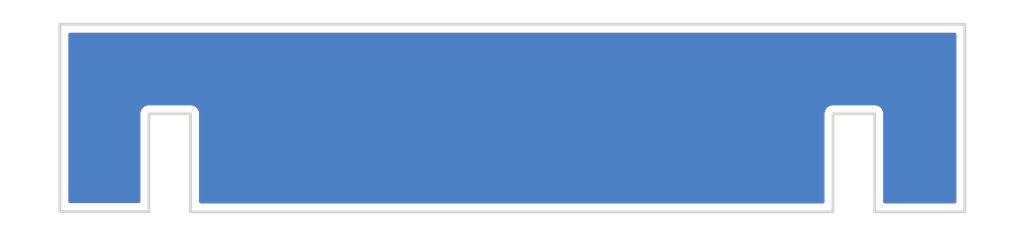
<source format=kicad_pcb>
(kicad_pcb (version 20171130) (host pcbnew "(5.1.8)-1")

  (general
    (thickness 1.6)
    (drawings 12)
    (tracks 0)
    (zones 0)
    (modules 0)
    (nets 1)
  )

  (page A4)
  (layers
    (0 F.Cu signal)
    (31 B.Cu signal)
    (32 B.Adhes user)
    (33 F.Adhes user)
    (34 B.Paste user)
    (35 F.Paste user)
    (36 B.SilkS user)
    (37 F.SilkS user)
    (38 B.Mask user)
    (39 F.Mask user)
    (40 Dwgs.User user)
    (41 Cmts.User user)
    (42 Eco1.User user)
    (43 Eco2.User user)
    (44 Edge.Cuts user)
    (45 Margin user)
    (46 B.CrtYd user)
    (47 F.CrtYd user)
    (48 B.Fab user)
    (49 F.Fab user)
  )

  (setup
    (last_trace_width 0.25)
    (trace_clearance 0.2)
    (zone_clearance 0.508)
    (zone_45_only no)
    (trace_min 0.2)
    (via_size 0.8)
    (via_drill 0.4)
    (via_min_size 0.4)
    (via_min_drill 0.3)
    (uvia_size 0.3)
    (uvia_drill 0.1)
    (uvias_allowed no)
    (uvia_min_size 0.2)
    (uvia_min_drill 0.1)
    (edge_width 0.1)
    (segment_width 0.2)
    (pcb_text_width 0.3)
    (pcb_text_size 1.5 1.5)
    (mod_edge_width 0.15)
    (mod_text_size 1 1)
    (mod_text_width 0.15)
    (pad_size 1.524 1.524)
    (pad_drill 0.762)
    (pad_to_mask_clearance 0)
    (aux_axis_origin 0 0)
    (visible_elements 7FFFFFFF)
    (pcbplotparams
      (layerselection 0x010fc_ffffffff)
      (usegerberextensions false)
      (usegerberattributes true)
      (usegerberadvancedattributes true)
      (creategerberjobfile true)
      (excludeedgelayer true)
      (linewidth 0.100000)
      (plotframeref false)
      (viasonmask false)
      (mode 1)
      (useauxorigin false)
      (hpglpennumber 1)
      (hpglpenspeed 20)
      (hpglpendiameter 15.000000)
      (psnegative false)
      (psa4output false)
      (plotreference true)
      (plotvalue true)
      (plotinvisibletext false)
      (padsonsilk false)
      (subtractmaskfromsilk false)
      (outputformat 1)
      (mirror false)
      (drillshape 1)
      (scaleselection 1)
      (outputdirectory ""))
  )

  (net 0 "")

  (net_class Default "Dies ist die voreingestellte Netzklasse."
    (clearance 0.2)
    (trace_width 0.25)
    (via_dia 0.8)
    (via_drill 0.4)
    (uvia_dia 0.3)
    (uvia_drill 0.1)
  )

  (gr_line (start 78.1556 24.2636) (end 75.184 24.2636) (layer Edge.Cuts) (width 0.2) (tstamp 618BDB9C))
  (gr_line (start 29.384 24.2636) (end 26.4124 24.2636) (layer Edge.Cuts) (width 0.2))
  (gr_line (start 84.582 17.8636) (end 84.582 31.2636) (layer Edge.Cuts) (width 0.2))
  (gr_line (start 84.582 31.2636) (end 78.1556 31.2636) (layer Edge.Cuts) (width 0.2))
  (gr_line (start 20.066 17.8636) (end 84.582 17.8636) (layer Edge.Cuts) (width 0.2))
  (gr_line (start 78.1556 31.2636) (end 78.1556 24.2636) (layer Edge.Cuts) (width 0.2))
  (gr_line (start 26.4124 31.242) (end 26.4124 24.2636) (layer Edge.Cuts) (width 0.2))
  (gr_line (start 20.066 31.242) (end 26.416 31.242) (layer Edge.Cuts) (width 0.2))
  (gr_line (start 20.066 17.8636) (end 20.066 31.242) (layer Edge.Cuts) (width 0.2))
  (gr_line (start 29.384 31.2636) (end 75.184 31.2636) (layer Edge.Cuts) (width 0.2))
  (gr_line (start 29.384 24.2636) (end 29.384 31.2636) (layer Edge.Cuts) (width 0.2))
  (gr_line (start 75.184 24.2636) (end 75.184 31.2636) (layer Edge.Cuts) (width 0.2))

  (zone (net 0) (net_name "") (layer F.Cu) (tstamp 0) (hatch edge 0.508)
    (connect_pads (clearance 0.508))
    (min_thickness 0.254)
    (fill yes (arc_segments 32) (thermal_gap 0.508) (thermal_bridge_width 0.508))
    (polygon
      (pts
        (xy 88.3158 16.4846) (xy 88.3158 33.6042) (xy 16.2306 33.7312) (xy 16.3576 16.383)
      )
    )
    (filled_polygon
      (pts
        (xy 83.847001 30.5286) (xy 78.8906 30.5286) (xy 78.8906 24.299705) (xy 78.894156 24.2636) (xy 78.879965 24.119515)
        (xy 78.837937 23.980967) (xy 78.769687 23.85328) (xy 78.677838 23.741362) (xy 78.56592 23.649513) (xy 78.438233 23.581263)
        (xy 78.299685 23.539235) (xy 78.191705 23.5286) (xy 78.1556 23.525044) (xy 78.119495 23.5286) (xy 75.220105 23.5286)
        (xy 75.184 23.525044) (xy 75.147895 23.5286) (xy 75.039915 23.539235) (xy 74.901367 23.581263) (xy 74.77368 23.649513)
        (xy 74.661762 23.741362) (xy 74.569913 23.85328) (xy 74.501663 23.980967) (xy 74.459635 24.119515) (xy 74.445444 24.2636)
        (xy 74.449 24.299705) (xy 74.449001 30.5286) (xy 30.119 30.5286) (xy 30.119 24.299705) (xy 30.122556 24.2636)
        (xy 30.108365 24.119515) (xy 30.066337 23.980967) (xy 29.998087 23.85328) (xy 29.906238 23.741362) (xy 29.79432 23.649513)
        (xy 29.666633 23.581263) (xy 29.528085 23.539235) (xy 29.420105 23.5286) (xy 29.384 23.525044) (xy 29.347895 23.5286)
        (xy 26.448505 23.5286) (xy 26.4124 23.525044) (xy 26.376295 23.5286) (xy 26.268315 23.539235) (xy 26.129767 23.581263)
        (xy 26.00208 23.649513) (xy 25.890162 23.741362) (xy 25.798313 23.85328) (xy 25.730063 23.980967) (xy 25.688035 24.119515)
        (xy 25.673844 24.2636) (xy 25.677401 24.299715) (xy 25.6774 30.507) (xy 20.801 30.507) (xy 20.801 18.5986)
        (xy 83.847 18.5986)
      )
    )
  )
  (zone (net 0) (net_name "") (layer B.Cu) (tstamp 0) (hatch edge 0.508)
    (connect_pads (clearance 0.508))
    (min_thickness 0.254)
    (fill yes (arc_segments 32) (thermal_gap 0.508) (thermal_bridge_width 0.508))
    (polygon
      (pts
        (xy 88.5952 16.256) (xy 88.7984 33.8328) (xy 15.8496 33.8328) (xy 15.7988 16.129)
      )
    )
    (filled_polygon
      (pts
        (xy 83.847001 30.5286) (xy 78.8906 30.5286) (xy 78.8906 24.299705) (xy 78.894156 24.2636) (xy 78.879965 24.119515)
        (xy 78.837937 23.980967) (xy 78.769687 23.85328) (xy 78.677838 23.741362) (xy 78.56592 23.649513) (xy 78.438233 23.581263)
        (xy 78.299685 23.539235) (xy 78.191705 23.5286) (xy 78.1556 23.525044) (xy 78.119495 23.5286) (xy 75.220105 23.5286)
        (xy 75.184 23.525044) (xy 75.147895 23.5286) (xy 75.039915 23.539235) (xy 74.901367 23.581263) (xy 74.77368 23.649513)
        (xy 74.661762 23.741362) (xy 74.569913 23.85328) (xy 74.501663 23.980967) (xy 74.459635 24.119515) (xy 74.445444 24.2636)
        (xy 74.449 24.299705) (xy 74.449001 30.5286) (xy 30.119 30.5286) (xy 30.119 24.299705) (xy 30.122556 24.2636)
        (xy 30.108365 24.119515) (xy 30.066337 23.980967) (xy 29.998087 23.85328) (xy 29.906238 23.741362) (xy 29.79432 23.649513)
        (xy 29.666633 23.581263) (xy 29.528085 23.539235) (xy 29.420105 23.5286) (xy 29.384 23.525044) (xy 29.347895 23.5286)
        (xy 26.448505 23.5286) (xy 26.4124 23.525044) (xy 26.376295 23.5286) (xy 26.268315 23.539235) (xy 26.129767 23.581263)
        (xy 26.00208 23.649513) (xy 25.890162 23.741362) (xy 25.798313 23.85328) (xy 25.730063 23.980967) (xy 25.688035 24.119515)
        (xy 25.673844 24.2636) (xy 25.677401 24.299715) (xy 25.6774 30.507) (xy 20.801 30.507) (xy 20.801 18.5986)
        (xy 83.847 18.5986)
      )
    )
  )
)

</source>
